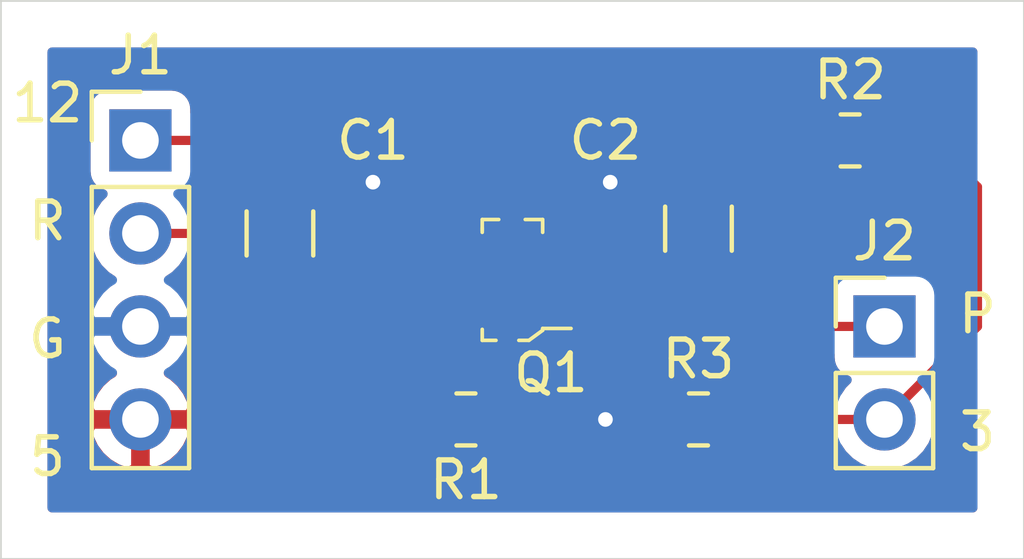
<source format=kicad_pcb>
(kicad_pcb (version 20171130) (host pcbnew "(5.1.5-0-10_14)")

  (general
    (thickness 1.6)
    (drawings 6)
    (tracks 50)
    (zones 0)
    (modules 8)
    (nets 8)
  )

  (page A4)
  (layers
    (0 F.Cu signal)
    (31 B.Cu signal)
    (32 B.Adhes user)
    (33 F.Adhes user)
    (34 B.Paste user)
    (35 F.Paste user)
    (36 B.SilkS user)
    (37 F.SilkS user)
    (38 B.Mask user)
    (39 F.Mask user)
    (40 Dwgs.User user)
    (41 Cmts.User user)
    (42 Eco1.User user)
    (43 Eco2.User user)
    (44 Edge.Cuts user)
    (45 Margin user)
    (46 B.CrtYd user)
    (47 F.CrtYd user)
    (48 B.Fab user)
    (49 F.Fab user)
  )

  (setup
    (last_trace_width 0.25)
    (trace_clearance 0.2)
    (zone_clearance 0.508)
    (zone_45_only no)
    (trace_min 0.2)
    (via_size 0.8)
    (via_drill 0.4)
    (via_min_size 0.4)
    (via_min_drill 0.3)
    (uvia_size 0.3)
    (uvia_drill 0.1)
    (uvias_allowed no)
    (uvia_min_size 0.2)
    (uvia_min_drill 0.1)
    (edge_width 0.05)
    (segment_width 0.2)
    (pcb_text_width 0.3)
    (pcb_text_size 1.5 1.5)
    (mod_edge_width 0.12)
    (mod_text_size 1 1)
    (mod_text_width 0.15)
    (pad_size 0.975 1.4)
    (pad_drill 0)
    (pad_to_mask_clearance 0.051)
    (solder_mask_min_width 0.25)
    (aux_axis_origin 0 0)
    (visible_elements FFFFFF7F)
    (pcbplotparams
      (layerselection 0x010fc_ffffffff)
      (usegerberextensions false)
      (usegerberattributes false)
      (usegerberadvancedattributes false)
      (creategerberjobfile false)
      (excludeedgelayer true)
      (linewidth 0.100000)
      (plotframeref false)
      (viasonmask false)
      (mode 1)
      (useauxorigin false)
      (hpglpennumber 1)
      (hpglpenspeed 20)
      (hpglpendiameter 15.000000)
      (psnegative false)
      (psa4output false)
      (plotreference true)
      (plotvalue true)
      (plotinvisibletext false)
      (padsonsilk false)
      (subtractmaskfromsilk false)
      (outputformat 1)
      (mirror false)
      (drillshape 0)
      (scaleselection 1)
      (outputdirectory "./"))
  )

  (net 0 "")
  (net 1 "Net-(C2-Pad1)")
  (net 2 "Net-(Q1-Pad3)")
  (net 3 "Net-(J2-Pad1)")
  (net 4 "Net-(J1-Pad1)")
  (net 5 "Net-(J2-Pad2)")
  (net 6 +5V)
  (net 7 GND)

  (net_class Default "This is the default net class."
    (clearance 0.2)
    (trace_width 0.25)
    (via_dia 0.8)
    (via_drill 0.4)
    (uvia_dia 0.3)
    (uvia_drill 0.1)
    (add_net +5V)
    (add_net GND)
    (add_net "Net-(C2-Pad1)")
    (add_net "Net-(J1-Pad1)")
    (add_net "Net-(J2-Pad1)")
    (add_net "Net-(J2-Pad2)")
    (add_net "Net-(Q1-Pad3)")
  )

  (module Resistor_SMD:R_0805_2012Metric (layer F.Cu) (tedit 61A91E1F) (tstamp 61A91A92)
    (at 105.41 54.61 180)
    (descr "Resistor SMD 0805 (2012 Metric), square (rectangular) end terminal, IPC_7351 nominal, (Body size source: https://docs.google.com/spreadsheets/d/1BsfQQcO9C6DZCsRaXUlFlo91Tg2WpOkGARC1WS5S8t0/edit?usp=sharing), generated with kicad-footprint-generator")
    (tags resistor)
    (path /61A99F55)
    (attr smd)
    (fp_text reference R1 (at 0 -1.65) (layer F.SilkS)
      (effects (font (size 1 1) (thickness 0.15)))
    )
    (fp_text value 100 (at 0 1.65) (layer F.Fab)
      (effects (font (size 1 1) (thickness 0.15)))
    )
    (fp_line (start -1 0.6) (end -1 -0.6) (layer F.Fab) (width 0.1))
    (fp_line (start -1 -0.6) (end 1 -0.6) (layer F.Fab) (width 0.1))
    (fp_line (start 1 -0.6) (end 1 0.6) (layer F.Fab) (width 0.1))
    (fp_line (start 1 0.6) (end -1 0.6) (layer F.Fab) (width 0.1))
    (fp_line (start -0.258578 -0.71) (end 0.258578 -0.71) (layer F.SilkS) (width 0.12))
    (fp_line (start -0.258578 0.71) (end 0.258578 0.71) (layer F.SilkS) (width 0.12))
    (fp_line (start -1.68 0.95) (end -1.68 -0.95) (layer F.CrtYd) (width 0.05))
    (fp_line (start -1.68 -0.95) (end 1.68 -0.95) (layer F.CrtYd) (width 0.05))
    (fp_line (start 1.68 -0.95) (end 1.68 0.95) (layer F.CrtYd) (width 0.05))
    (fp_line (start 1.68 0.95) (end -1.68 0.95) (layer F.CrtYd) (width 0.05))
    (fp_text user %R (at 0 0) (layer F.Fab)
      (effects (font (size 0.5 0.5) (thickness 0.08)))
    )
    (pad 1 smd roundrect (at -0.9375 0 180) (size 0.975 1.4) (layers F.Cu F.Paste F.Mask) (roundrect_rratio 0.25)
      (net 1 "Net-(C2-Pad1)"))
    (pad 2 smd roundrect (at 0.9375 0 180) (size 0.975 1.4) (layers F.Cu F.Paste F.Mask) (roundrect_rratio 0.25)
      (net 2 "Net-(Q1-Pad3)"))
    (model ${KISYS3DMOD}/Resistor_SMD.3dshapes/R_0805_2012Metric.wrl
      (at (xyz 0 0 0))
      (scale (xyz 1 1 1))
      (rotate (xyz 0 0 0))
    )
  )

  (module Capacitor_SMD:C_1206_3216Metric (layer F.Cu) (tedit 5B301BBE) (tstamp 61A91A4C)
    (at 111.76 49.4 90)
    (descr "Capacitor SMD 1206 (3216 Metric), square (rectangular) end terminal, IPC_7351 nominal, (Body size source: http://www.tortai-tech.com/upload/download/2011102023233369053.pdf), generated with kicad-footprint-generator")
    (tags capacitor)
    (path /61A98486)
    (attr smd)
    (fp_text reference C2 (at 2.41 -2.54 180) (layer F.SilkS)
      (effects (font (size 1 1) (thickness 0.15)))
    )
    (fp_text value CP1 (at 2.41 2.54) (layer F.Fab)
      (effects (font (size 1 1) (thickness 0.15)))
    )
    (fp_text user %R (at 0 0 90) (layer F.Fab)
      (effects (font (size 0.8 0.8) (thickness 0.12)))
    )
    (fp_line (start 2.28 1.12) (end -2.28 1.12) (layer F.CrtYd) (width 0.05))
    (fp_line (start 2.28 -1.12) (end 2.28 1.12) (layer F.CrtYd) (width 0.05))
    (fp_line (start -2.28 -1.12) (end 2.28 -1.12) (layer F.CrtYd) (width 0.05))
    (fp_line (start -2.28 1.12) (end -2.28 -1.12) (layer F.CrtYd) (width 0.05))
    (fp_line (start -0.602064 0.91) (end 0.602064 0.91) (layer F.SilkS) (width 0.12))
    (fp_line (start -0.602064 -0.91) (end 0.602064 -0.91) (layer F.SilkS) (width 0.12))
    (fp_line (start 1.6 0.8) (end -1.6 0.8) (layer F.Fab) (width 0.1))
    (fp_line (start 1.6 -0.8) (end 1.6 0.8) (layer F.Fab) (width 0.1))
    (fp_line (start -1.6 -0.8) (end 1.6 -0.8) (layer F.Fab) (width 0.1))
    (fp_line (start -1.6 0.8) (end -1.6 -0.8) (layer F.Fab) (width 0.1))
    (pad 2 smd roundrect (at 1.4 0 90) (size 1.25 1.75) (layers F.Cu F.Paste F.Mask) (roundrect_rratio 0.2)
      (net 7 GND))
    (pad 1 smd roundrect (at -1.4 0 90) (size 1.25 1.75) (layers F.Cu F.Paste F.Mask) (roundrect_rratio 0.2)
      (net 1 "Net-(C2-Pad1)"))
    (model ${KISYS3DMOD}/Capacitor_SMD.3dshapes/C_1206_3216Metric.wrl
      (at (xyz 0 0 0))
      (scale (xyz 1 1 1))
      (rotate (xyz 0 0 0))
    )
  )

  (module Capacitor_SMD:C_1206_3216Metric (layer F.Cu) (tedit 5B301BBE) (tstamp 61A91A3B)
    (at 100.33 49.53 90)
    (descr "Capacitor SMD 1206 (3216 Metric), square (rectangular) end terminal, IPC_7351 nominal, (Body size source: http://www.tortai-tech.com/upload/download/2011102023233369053.pdf), generated with kicad-footprint-generator")
    (tags capacitor)
    (path /61A96395)
    (attr smd)
    (fp_text reference C1 (at 2.54 2.54 180) (layer F.SilkS)
      (effects (font (size 1 1) (thickness 0.15)))
    )
    (fp_text value CP1 (at 0 1.82 90) (layer F.Fab)
      (effects (font (size 1 1) (thickness 0.15)))
    )
    (fp_line (start -1.6 0.8) (end -1.6 -0.8) (layer F.Fab) (width 0.1))
    (fp_line (start -1.6 -0.8) (end 1.6 -0.8) (layer F.Fab) (width 0.1))
    (fp_line (start 1.6 -0.8) (end 1.6 0.8) (layer F.Fab) (width 0.1))
    (fp_line (start 1.6 0.8) (end -1.6 0.8) (layer F.Fab) (width 0.1))
    (fp_line (start -0.602064 -0.91) (end 0.602064 -0.91) (layer F.SilkS) (width 0.12))
    (fp_line (start -0.602064 0.91) (end 0.602064 0.91) (layer F.SilkS) (width 0.12))
    (fp_line (start -2.28 1.12) (end -2.28 -1.12) (layer F.CrtYd) (width 0.05))
    (fp_line (start -2.28 -1.12) (end 2.28 -1.12) (layer F.CrtYd) (width 0.05))
    (fp_line (start 2.28 -1.12) (end 2.28 1.12) (layer F.CrtYd) (width 0.05))
    (fp_line (start 2.28 1.12) (end -2.28 1.12) (layer F.CrtYd) (width 0.05))
    (fp_text user %R (at 0 0 90) (layer F.Fab)
      (effects (font (size 0.8 0.8) (thickness 0.12)))
    )
    (pad 1 smd roundrect (at -1.4 0 90) (size 1.25 1.75) (layers F.Cu F.Paste F.Mask) (roundrect_rratio 0.2)
      (net 6 +5V))
    (pad 2 smd roundrect (at 1.4 0 90) (size 1.25 1.75) (layers F.Cu F.Paste F.Mask) (roundrect_rratio 0.2)
      (net 7 GND))
    (model ${KISYS3DMOD}/Capacitor_SMD.3dshapes/C_1206_3216Metric.wrl
      (at (xyz 0 0 0))
      (scale (xyz 1 1 1))
      (rotate (xyz 0 0 0))
    )
  )

  (module digikey-footprints:SOT-23-3 (layer F.Cu) (tedit 5D28A5E3) (tstamp 61A91A81)
    (at 106.68 50.8 180)
    (path /61A9ED9B)
    (attr smd)
    (fp_text reference Q1 (at -1.05 -2.54) (layer F.SilkS)
      (effects (font (size 1 1) (thickness 0.15)))
    )
    (fp_text value NDS332P (at 0.025 6.35) (layer F.Fab)
      (effects (font (size 1 1) (thickness 0.15)))
    )
    (fp_line (start -1.825 -1.95) (end 1.825 -1.95) (layer F.CrtYd) (width 0.05))
    (fp_line (start -1.825 -1.95) (end -1.825 1.95) (layer F.CrtYd) (width 0.05))
    (fp_line (start 1.825 1.95) (end -1.825 1.95) (layer F.CrtYd) (width 0.05))
    (fp_line (start 1.825 -1.95) (end 1.825 1.95) (layer F.CrtYd) (width 0.05))
    (fp_line (start -0.175 -1.65) (end -0.45 -1.65) (layer F.SilkS) (width 0.1))
    (fp_line (start -0.45 -1.65) (end -0.825 -1.375) (layer F.SilkS) (width 0.1))
    (fp_line (start -0.825 -1.375) (end -0.825 -1.325) (layer F.SilkS) (width 0.1))
    (fp_line (start -0.825 -1.325) (end -1.6 -1.325) (layer F.SilkS) (width 0.1))
    (fp_line (start -0.7 -1.325) (end -0.7 1.525) (layer F.Fab) (width 0.1))
    (fp_line (start -0.425 -1.525) (end 0.7 -1.525) (layer F.Fab) (width 0.1))
    (fp_line (start -0.425 -1.525) (end -0.7 -1.325) (layer F.Fab) (width 0.1))
    (fp_line (start -0.35 1.65) (end -0.825 1.65) (layer F.SilkS) (width 0.1))
    (fp_line (start -0.825 1.65) (end -0.825 1.3) (layer F.SilkS) (width 0.1))
    (fp_line (start 0.825 1.425) (end 0.825 1.3) (layer F.SilkS) (width 0.1))
    (fp_line (start 0.825 1.35) (end 0.825 1.65) (layer F.SilkS) (width 0.1))
    (fp_line (start 0.825 1.65) (end 0.375 1.65) (layer F.SilkS) (width 0.1))
    (fp_line (start 0.45 -1.65) (end 0.825 -1.65) (layer F.SilkS) (width 0.1))
    (fp_line (start 0.825 -1.65) (end 0.825 -1.35) (layer F.SilkS) (width 0.1))
    (fp_text user %R (at -0.125 0.15) (layer F.Fab)
      (effects (font (size 0.25 0.25) (thickness 0.05)))
    )
    (fp_line (start -0.7 1.52) (end 0.7 1.52) (layer F.Fab) (width 0.1))
    (fp_line (start 0.7 1.52) (end 0.7 -1.52) (layer F.Fab) (width 0.1))
    (pad 3 smd rect (at 1.05 0 180) (size 1.3 0.6) (layers F.Cu F.Paste F.Mask)
      (net 2 "Net-(Q1-Pad3)") (solder_mask_margin 0.07))
    (pad 2 smd rect (at -1.05 0.95 180) (size 1.3 0.6) (layers F.Cu F.Paste F.Mask)
      (net 6 +5V) (solder_mask_margin 0.07))
    (pad 1 smd rect (at -1.05 -0.95 180) (size 1.3 0.6) (layers F.Cu F.Paste F.Mask)
      (net 3 "Net-(J2-Pad1)") (solder_mask_margin 0.07))
  )

  (module Connector_PinHeader_2.54mm:PinHeader_1x04_P2.54mm_Vertical (layer F.Cu) (tedit 59FED5CC) (tstamp 625B3C22)
    (at 96.52 46.99)
    (descr "Through hole straight pin header, 1x04, 2.54mm pitch, single row")
    (tags "Through hole pin header THT 1x04 2.54mm single row")
    (path /625B788D)
    (fp_text reference J1 (at 0 -2.33) (layer F.SilkS)
      (effects (font (size 1 1) (thickness 0.15)))
    )
    (fp_text value 1x4 (at 0 9.95) (layer F.Fab)
      (effects (font (size 1 1) (thickness 0.15)))
    )
    (fp_line (start -0.635 -1.27) (end 1.27 -1.27) (layer F.Fab) (width 0.1))
    (fp_line (start 1.27 -1.27) (end 1.27 8.89) (layer F.Fab) (width 0.1))
    (fp_line (start 1.27 8.89) (end -1.27 8.89) (layer F.Fab) (width 0.1))
    (fp_line (start -1.27 8.89) (end -1.27 -0.635) (layer F.Fab) (width 0.1))
    (fp_line (start -1.27 -0.635) (end -0.635 -1.27) (layer F.Fab) (width 0.1))
    (fp_line (start -1.33 8.95) (end 1.33 8.95) (layer F.SilkS) (width 0.12))
    (fp_line (start -1.33 1.27) (end -1.33 8.95) (layer F.SilkS) (width 0.12))
    (fp_line (start 1.33 1.27) (end 1.33 8.95) (layer F.SilkS) (width 0.12))
    (fp_line (start -1.33 1.27) (end 1.33 1.27) (layer F.SilkS) (width 0.12))
    (fp_line (start -1.33 0) (end -1.33 -1.33) (layer F.SilkS) (width 0.12))
    (fp_line (start -1.33 -1.33) (end 0 -1.33) (layer F.SilkS) (width 0.12))
    (fp_line (start -1.8 -1.8) (end -1.8 9.4) (layer F.CrtYd) (width 0.05))
    (fp_line (start -1.8 9.4) (end 1.8 9.4) (layer F.CrtYd) (width 0.05))
    (fp_line (start 1.8 9.4) (end 1.8 -1.8) (layer F.CrtYd) (width 0.05))
    (fp_line (start 1.8 -1.8) (end -1.8 -1.8) (layer F.CrtYd) (width 0.05))
    (fp_text user %R (at 0 3.81 90) (layer F.Fab)
      (effects (font (size 1 1) (thickness 0.15)))
    )
    (pad 1 thru_hole rect (at 0 0) (size 1.7 1.7) (drill 1) (layers *.Cu *.Mask)
      (net 4 "Net-(J1-Pad1)"))
    (pad 2 thru_hole oval (at 0 2.54) (size 1.7 1.7) (drill 1) (layers *.Cu *.Mask)
      (net 1 "Net-(C2-Pad1)"))
    (pad 3 thru_hole oval (at 0 5.08) (size 1.7 1.7) (drill 1) (layers *.Cu *.Mask)
      (net 7 GND))
    (pad 4 thru_hole oval (at 0 7.62) (size 1.7 1.7) (drill 1) (layers *.Cu *.Mask)
      (net 6 +5V))
    (model ${KISYS3DMOD}/Connector_PinHeader_2.54mm.3dshapes/PinHeader_1x04_P2.54mm_Vertical.wrl
      (at (xyz 0 0 0))
      (scale (xyz 1 1 1))
      (rotate (xyz 0 0 0))
    )
  )

  (module Connector_PinHeader_2.54mm:PinHeader_1x02_P2.54mm_Vertical (layer F.Cu) (tedit 59FED5CC) (tstamp 625B3C38)
    (at 116.84 52.07)
    (descr "Through hole straight pin header, 1x02, 2.54mm pitch, single row")
    (tags "Through hole pin header THT 1x02 2.54mm single row")
    (path /625BAB36)
    (fp_text reference J2 (at 0 -2.33) (layer F.SilkS)
      (effects (font (size 1 1) (thickness 0.15)))
    )
    (fp_text value 1x2 (at 0 4.87) (layer F.Fab)
      (effects (font (size 1 1) (thickness 0.15)))
    )
    (fp_line (start -0.635 -1.27) (end 1.27 -1.27) (layer F.Fab) (width 0.1))
    (fp_line (start 1.27 -1.27) (end 1.27 3.81) (layer F.Fab) (width 0.1))
    (fp_line (start 1.27 3.81) (end -1.27 3.81) (layer F.Fab) (width 0.1))
    (fp_line (start -1.27 3.81) (end -1.27 -0.635) (layer F.Fab) (width 0.1))
    (fp_line (start -1.27 -0.635) (end -0.635 -1.27) (layer F.Fab) (width 0.1))
    (fp_line (start -1.33 3.87) (end 1.33 3.87) (layer F.SilkS) (width 0.12))
    (fp_line (start -1.33 1.27) (end -1.33 3.87) (layer F.SilkS) (width 0.12))
    (fp_line (start 1.33 1.27) (end 1.33 3.87) (layer F.SilkS) (width 0.12))
    (fp_line (start -1.33 1.27) (end 1.33 1.27) (layer F.SilkS) (width 0.12))
    (fp_line (start -1.33 0) (end -1.33 -1.33) (layer F.SilkS) (width 0.12))
    (fp_line (start -1.33 -1.33) (end 0 -1.33) (layer F.SilkS) (width 0.12))
    (fp_line (start -1.8 -1.8) (end -1.8 4.35) (layer F.CrtYd) (width 0.05))
    (fp_line (start -1.8 4.35) (end 1.8 4.35) (layer F.CrtYd) (width 0.05))
    (fp_line (start 1.8 4.35) (end 1.8 -1.8) (layer F.CrtYd) (width 0.05))
    (fp_line (start 1.8 -1.8) (end -1.8 -1.8) (layer F.CrtYd) (width 0.05))
    (fp_text user %R (at 0 1.27 90) (layer F.Fab)
      (effects (font (size 1 1) (thickness 0.15)))
    )
    (pad 1 thru_hole rect (at 0 0) (size 1.7 1.7) (drill 1) (layers *.Cu *.Mask)
      (net 3 "Net-(J2-Pad1)"))
    (pad 2 thru_hole oval (at 0 2.54) (size 1.7 1.7) (drill 1) (layers *.Cu *.Mask)
      (net 5 "Net-(J2-Pad2)"))
    (model ${KISYS3DMOD}/Connector_PinHeader_2.54mm.3dshapes/PinHeader_1x02_P2.54mm_Vertical.wrl
      (at (xyz 0 0 0))
      (scale (xyz 1 1 1))
      (rotate (xyz 0 0 0))
    )
  )

  (module Resistor_SMD:R_0805_2012Metric (layer F.Cu) (tedit 5B36C52B) (tstamp 625B3C49)
    (at 115.9025 46.99)
    (descr "Resistor SMD 0805 (2012 Metric), square (rectangular) end terminal, IPC_7351 nominal, (Body size source: https://docs.google.com/spreadsheets/d/1BsfQQcO9C6DZCsRaXUlFlo91Tg2WpOkGARC1WS5S8t0/edit?usp=sharing), generated with kicad-footprint-generator")
    (tags resistor)
    (path /625B38DC)
    (attr smd)
    (fp_text reference R2 (at 0 -1.65) (layer F.SilkS)
      (effects (font (size 1 1) (thickness 0.15)))
    )
    (fp_text value 10k0 (at -3.4775 0 90) (layer F.Fab)
      (effects (font (size 1 1) (thickness 0.15)))
    )
    (fp_line (start -1 0.6) (end -1 -0.6) (layer F.Fab) (width 0.1))
    (fp_line (start -1 -0.6) (end 1 -0.6) (layer F.Fab) (width 0.1))
    (fp_line (start 1 -0.6) (end 1 0.6) (layer F.Fab) (width 0.1))
    (fp_line (start 1 0.6) (end -1 0.6) (layer F.Fab) (width 0.1))
    (fp_line (start -0.258578 -0.71) (end 0.258578 -0.71) (layer F.SilkS) (width 0.12))
    (fp_line (start -0.258578 0.71) (end 0.258578 0.71) (layer F.SilkS) (width 0.12))
    (fp_line (start -1.68 0.95) (end -1.68 -0.95) (layer F.CrtYd) (width 0.05))
    (fp_line (start -1.68 -0.95) (end 1.68 -0.95) (layer F.CrtYd) (width 0.05))
    (fp_line (start 1.68 -0.95) (end 1.68 0.95) (layer F.CrtYd) (width 0.05))
    (fp_line (start 1.68 0.95) (end -1.68 0.95) (layer F.CrtYd) (width 0.05))
    (fp_text user %R (at 0 0) (layer F.Fab)
      (effects (font (size 0.5 0.5) (thickness 0.08)))
    )
    (pad 1 smd roundrect (at -0.9375 0) (size 0.975 1.4) (layers F.Cu F.Paste F.Mask) (roundrect_rratio 0.25)
      (net 4 "Net-(J1-Pad1)"))
    (pad 2 smd roundrect (at 0.9375 0) (size 0.975 1.4) (layers F.Cu F.Paste F.Mask) (roundrect_rratio 0.25)
      (net 5 "Net-(J2-Pad2)"))
    (model ${KISYS3DMOD}/Resistor_SMD.3dshapes/R_0805_2012Metric.wrl
      (at (xyz 0 0 0))
      (scale (xyz 1 1 1))
      (rotate (xyz 0 0 0))
    )
  )

  (module Resistor_SMD:R_0805_2012Metric (layer F.Cu) (tedit 5B36C52B) (tstamp 625B3C5A)
    (at 111.76 54.61)
    (descr "Resistor SMD 0805 (2012 Metric), square (rectangular) end terminal, IPC_7351 nominal, (Body size source: https://docs.google.com/spreadsheets/d/1BsfQQcO9C6DZCsRaXUlFlo91Tg2WpOkGARC1WS5S8t0/edit?usp=sharing), generated with kicad-footprint-generator")
    (tags resistor)
    (path /625B4232)
    (attr smd)
    (fp_text reference R3 (at 0 -1.65) (layer F.SilkS)
      (effects (font (size 1 1) (thickness 0.15)))
    )
    (fp_text value 4K7 (at -2.54 0 90) (layer F.Fab)
      (effects (font (size 1 1) (thickness 0.15)))
    )
    (fp_text user %R (at 0 0) (layer F.Fab)
      (effects (font (size 0.5 0.5) (thickness 0.08)))
    )
    (fp_line (start 1.68 0.95) (end -1.68 0.95) (layer F.CrtYd) (width 0.05))
    (fp_line (start 1.68 -0.95) (end 1.68 0.95) (layer F.CrtYd) (width 0.05))
    (fp_line (start -1.68 -0.95) (end 1.68 -0.95) (layer F.CrtYd) (width 0.05))
    (fp_line (start -1.68 0.95) (end -1.68 -0.95) (layer F.CrtYd) (width 0.05))
    (fp_line (start -0.258578 0.71) (end 0.258578 0.71) (layer F.SilkS) (width 0.12))
    (fp_line (start -0.258578 -0.71) (end 0.258578 -0.71) (layer F.SilkS) (width 0.12))
    (fp_line (start 1 0.6) (end -1 0.6) (layer F.Fab) (width 0.1))
    (fp_line (start 1 -0.6) (end 1 0.6) (layer F.Fab) (width 0.1))
    (fp_line (start -1 -0.6) (end 1 -0.6) (layer F.Fab) (width 0.1))
    (fp_line (start -1 0.6) (end -1 -0.6) (layer F.Fab) (width 0.1))
    (pad 2 smd roundrect (at 0.9375 0) (size 0.975 1.4) (layers F.Cu F.Paste F.Mask) (roundrect_rratio 0.25)
      (net 5 "Net-(J2-Pad2)"))
    (pad 1 smd roundrect (at -0.9375 0) (size 0.975 1.4) (layers F.Cu F.Paste F.Mask) (roundrect_rratio 0.25)
      (net 7 GND))
    (model ${KISYS3DMOD}/Resistor_SMD.3dshapes/R_0805_2012Metric.wrl
      (at (xyz 0 0 0))
      (scale (xyz 1 1 1))
      (rotate (xyz 0 0 0))
    )
  )

  (gr_line (start 92.71 58.42) (end 92.71 43.18) (layer Edge.Cuts) (width 0.05) (tstamp 625D61FA))
  (gr_line (start 120.65 58.42) (end 92.71 58.42) (layer Edge.Cuts) (width 0.05))
  (gr_line (start 120.65 43.18) (end 120.65 58.42) (layer Edge.Cuts) (width 0.05))
  (gr_line (start 92.71 43.18) (end 120.65 43.18) (layer Edge.Cuts) (width 0.05))
  (gr_text "P\n\n3" (at 119.38 53.34) (layer F.SilkS)
    (effects (font (size 1 1) (thickness 0.15)))
  )
  (gr_text "12\n\nR\n\nG\n\n5" (at 93.98 50.8) (layer F.SilkS)
    (effects (font (size 1 1) (thickness 0.15)))
  )

  (segment (start 103.136815 49.224999) (end 108.914999 49.224999) (width 0.25) (layer F.Cu) (net 1))
  (segment (start 102.831814 49.53) (end 103.136815 49.224999) (width 0.25) (layer F.Cu) (net 1))
  (segment (start 111.76 50.8) (end 110.49 50.8) (width 0.25) (layer F.Cu) (net 1))
  (segment (start 106.3475 53.91) (end 106.3475 54.61) (width 0.25) (layer F.Cu) (net 1))
  (segment (start 106.3475 51.597498) (end 106.3475 53.91) (width 0.25) (layer F.Cu) (net 1))
  (segment (start 107.144998 50.8) (end 106.3475 51.597498) (width 0.25) (layer F.Cu) (net 1))
  (segment (start 96.52 49.53) (end 102.831814 49.53) (width 0.25) (layer F.Cu) (net 1))
  (segment (start 108.914999 49.224999) (end 109.22 49.53) (width 0.25) (layer F.Cu) (net 1))
  (segment (start 109.22 49.53) (end 109.22 50.8) (width 0.25) (layer F.Cu) (net 1))
  (segment (start 109.22 50.8) (end 107.144998 50.8) (width 0.25) (layer F.Cu) (net 1))
  (segment (start 110.49 50.8) (end 109.22 50.8) (width 0.25) (layer F.Cu) (net 1))
  (segment (start 105.72 50.93) (end 105.85 50.8) (width 0.25) (layer F.Cu) (net 2))
  (segment (start 105.85 53.2325) (end 104.4725 54.61) (width 0.25) (layer F.Cu) (net 2))
  (segment (start 105.85 50.8) (end 105.85 53.2325) (width 0.25) (layer F.Cu) (net 2))
  (segment (start 107.95 51.75) (end 110 51.75) (width 0.25) (layer F.Cu) (net 3))
  (segment (start 110.32 52.07) (end 110 51.75) (width 0.25) (layer F.Cu) (net 3))
  (segment (start 116.84 52.07) (end 110.32 52.07) (width 0.25) (layer F.Cu) (net 3))
  (segment (start 96.52 46.99) (end 114.965 46.99) (width 0.25) (layer F.Cu) (net 4))
  (segment (start 118.11 46.99) (end 119.38 48.26) (width 0.25) (layer F.Cu) (net 5))
  (segment (start 119.38 52.07) (end 116.84 54.61) (width 0.25) (layer F.Cu) (net 5))
  (segment (start 119.38 48.26) (end 119.38 52.07) (width 0.25) (layer F.Cu) (net 5))
  (segment (start 112.6975 54.61) (end 116.84 54.61) (width 0.25) (layer F.Cu) (net 5))
  (segment (start 118.11 46.99) (end 116.84 46.99) (width 0.25) (layer F.Cu) (net 5))
  (segment (start 103.325 49.85) (end 102.87 50.305) (width 0.5) (layer F.Cu) (net 6))
  (segment (start 107.95 49.85) (end 103.325 49.85) (width 0.5) (layer F.Cu) (net 6))
  (segment (start 96.52 54.61) (end 99.19 54.61) (width 0.25) (layer F.Cu) (net 6))
  (segment (start 102.74 50.93) (end 102.87 50.8) (width 0.25) (layer F.Cu) (net 6))
  (segment (start 100.33 50.93) (end 102.74 50.93) (width 0.25) (layer F.Cu) (net 6))
  (segment (start 102.87 50.8) (end 102.87 50.93) (width 0.25) (layer F.Cu) (net 6))
  (segment (start 102.87 50.305) (end 102.87 50.8) (width 0.25) (layer F.Cu) (net 6))
  (segment (start 102.87 50.8) (end 102.87 53.34) (width 0.25) (layer F.Cu) (net 6))
  (segment (start 102.87 53.34) (end 101.6 54.61) (width 0.25) (layer F.Cu) (net 6))
  (segment (start 101.6 54.61) (end 99.06 54.61) (width 0.25) (layer F.Cu) (net 6))
  (segment (start 111.63 48.13) (end 111.76 48) (width 0.25) (layer F.Cu) (net 7))
  (segment (start 109.35 48.13) (end 109.35 48.13) (width 0.5) (layer F.Cu) (net 7) (tstamp 61A9239E))
  (segment (start 104.27 48.13) (end 100.33 52.07) (width 0.5) (layer B.Cu) (net 7))
  (segment (start 109.35 48.13) (end 104.27 48.13) (width 0.5) (layer B.Cu) (net 7))
  (segment (start 99.06 52.07) (end 100.33 52.07) (width 0.5) (layer B.Cu) (net 7) (tstamp 625B4179))
  (via (at 109.22 54.61) (size 0.8) (drill 0.4) (layers F.Cu B.Cu) (net 7))
  (segment (start 109.35 48.13) (end 111.63 48.13) (width 0.5) (layer F.Cu) (net 7) (tstamp 625B4212))
  (via (at 109.35 48.13) (size 0.8) (drill 0.4) (layers F.Cu B.Cu) (net 7))
  (segment (start 100.33 52.07) (end 107.95 52.07) (width 0.5) (layer B.Cu) (net 7))
  (segment (start 107.95 52.07) (end 109.22 53.34) (width 0.5) (layer B.Cu) (net 7))
  (segment (start 109.22 54.61) (end 110.8225 54.61) (width 0.5) (layer F.Cu) (net 7))
  (segment (start 100.33 48.13) (end 102.87 48.13) (width 0.5) (layer F.Cu) (net 7))
  (segment (start 102.87 48.13) (end 102.87 48.13) (width 0.5) (layer F.Cu) (net 7) (tstamp 625CD6B5))
  (via (at 102.87 48.13) (size 0.8) (drill 0.4) (layers F.Cu B.Cu) (net 7))
  (segment (start 109.22 53.34) (end 109.22 54.61) (width 0.25) (layer B.Cu) (net 7))
  (segment (start 96.52 52.07) (end 99.06 52.07) (width 0.25) (layer B.Cu) (net 7))
  (segment (start 102.87 48.13) (end 104.27 48.13) (width 0.25) (layer B.Cu) (net 7))

  (zone (net 6) (net_name +5V) (layer F.Cu) (tstamp 0) (hatch edge 0.508)
    (connect_pads (clearance 0.508))
    (min_thickness 0.254)
    (fill yes (arc_segments 32) (thermal_gap 0.508) (thermal_bridge_width 0.508))
    (polygon
      (pts
        (xy 119.38 57.15) (xy 93.98 57.15) (xy 93.98 44.45) (xy 119.38 44.45)
      )
    )
    (filled_polygon
      (pts
        (xy 119.253 47.058199) (xy 118.673804 46.479003) (xy 118.650001 46.449999) (xy 118.534276 46.355026) (xy 118.402247 46.284454)
        (xy 118.258986 46.240997) (xy 118.147333 46.23) (xy 118.147322 46.23) (xy 118.11 46.226324) (xy 118.072678 46.23)
        (xy 117.908673 46.23) (xy 117.898447 46.196291) (xy 117.816958 46.043836) (xy 117.707292 45.910208) (xy 117.573664 45.800542)
        (xy 117.421209 45.719053) (xy 117.255785 45.668872) (xy 117.08375 45.651928) (xy 116.59625 45.651928) (xy 116.424215 45.668872)
        (xy 116.258791 45.719053) (xy 116.106336 45.800542) (xy 115.972708 45.910208) (xy 115.9025 45.995756) (xy 115.832292 45.910208)
        (xy 115.698664 45.800542) (xy 115.546209 45.719053) (xy 115.380785 45.668872) (xy 115.20875 45.651928) (xy 114.72125 45.651928)
        (xy 114.549215 45.668872) (xy 114.383791 45.719053) (xy 114.231336 45.800542) (xy 114.097708 45.910208) (xy 113.988042 46.043836)
        (xy 113.906553 46.196291) (xy 113.896327 46.23) (xy 98.008072 46.23) (xy 98.008072 46.14) (xy 97.995812 46.015518)
        (xy 97.959502 45.89582) (xy 97.900537 45.785506) (xy 97.821185 45.688815) (xy 97.724494 45.609463) (xy 97.61418 45.550498)
        (xy 97.494482 45.514188) (xy 97.37 45.501928) (xy 95.67 45.501928) (xy 95.545518 45.514188) (xy 95.42582 45.550498)
        (xy 95.315506 45.609463) (xy 95.218815 45.688815) (xy 95.139463 45.785506) (xy 95.080498 45.89582) (xy 95.044188 46.015518)
        (xy 95.031928 46.14) (xy 95.031928 47.84) (xy 95.044188 47.964482) (xy 95.080498 48.08418) (xy 95.139463 48.194494)
        (xy 95.218815 48.291185) (xy 95.315506 48.370537) (xy 95.42582 48.429502) (xy 95.49838 48.451513) (xy 95.366525 48.583368)
        (xy 95.20401 48.826589) (xy 95.092068 49.096842) (xy 95.035 49.38374) (xy 95.035 49.67626) (xy 95.092068 49.963158)
        (xy 95.20401 50.233411) (xy 95.366525 50.476632) (xy 95.573368 50.683475) (xy 95.74776 50.8) (xy 95.573368 50.916525)
        (xy 95.366525 51.123368) (xy 95.20401 51.366589) (xy 95.092068 51.636842) (xy 95.035 51.92374) (xy 95.035 52.21626)
        (xy 95.092068 52.503158) (xy 95.20401 52.773411) (xy 95.366525 53.016632) (xy 95.573368 53.223475) (xy 95.755534 53.345195)
        (xy 95.638645 53.414822) (xy 95.422412 53.609731) (xy 95.248359 53.84308) (xy 95.123175 54.105901) (xy 95.078524 54.25311)
        (xy 95.199845 54.483) (xy 96.393 54.483) (xy 96.393 54.463) (xy 96.647 54.463) (xy 96.647 54.483)
        (xy 97.840155 54.483) (xy 97.961476 54.25311) (xy 97.916825 54.105901) (xy 97.791641 53.84308) (xy 97.617588 53.609731)
        (xy 97.401355 53.414822) (xy 97.284466 53.345195) (xy 97.466632 53.223475) (xy 97.673475 53.016632) (xy 97.83599 52.773411)
        (xy 97.947932 52.503158) (xy 98.005 52.21626) (xy 98.005 51.92374) (xy 97.947932 51.636842) (xy 97.914033 51.555)
        (xy 98.816928 51.555) (xy 98.829188 51.679482) (xy 98.865498 51.79918) (xy 98.924463 51.909494) (xy 99.003815 52.006185)
        (xy 99.100506 52.085537) (xy 99.21082 52.144502) (xy 99.330518 52.180812) (xy 99.455 52.193072) (xy 100.04425 52.19)
        (xy 100.203 52.03125) (xy 100.203 51.057) (xy 100.457 51.057) (xy 100.457 52.03125) (xy 100.61575 52.19)
        (xy 101.205 52.193072) (xy 101.329482 52.180812) (xy 101.44918 52.144502) (xy 101.559494 52.085537) (xy 101.656185 52.006185)
        (xy 101.735537 51.909494) (xy 101.794502 51.79918) (xy 101.830812 51.679482) (xy 101.843072 51.555) (xy 101.84 51.21575)
        (xy 101.68125 51.057) (xy 100.457 51.057) (xy 100.203 51.057) (xy 98.97875 51.057) (xy 98.82 51.21575)
        (xy 98.816928 51.555) (xy 97.914033 51.555) (xy 97.83599 51.366589) (xy 97.673475 51.123368) (xy 97.466632 50.916525)
        (xy 97.29224 50.8) (xy 97.466632 50.683475) (xy 97.673475 50.476632) (xy 97.798178 50.29) (xy 98.818405 50.29)
        (xy 98.816928 50.305) (xy 98.82 50.64425) (xy 98.97875 50.803) (xy 100.203 50.803) (xy 100.203 50.783)
        (xy 100.457 50.783) (xy 100.457 50.803) (xy 101.68125 50.803) (xy 101.84 50.64425) (xy 101.843072 50.305)
        (xy 101.841595 50.29) (xy 102.794492 50.29) (xy 102.831814 50.293676) (xy 102.869136 50.29) (xy 102.869147 50.29)
        (xy 102.9808 50.279003) (xy 103.124061 50.235546) (xy 103.25609 50.164974) (xy 103.371815 50.070001) (xy 103.395618 50.040997)
        (xy 103.451616 49.984999) (xy 104.606575 49.984999) (xy 104.528815 50.048815) (xy 104.449463 50.145506) (xy 104.390498 50.25582)
        (xy 104.354188 50.375518) (xy 104.341928 50.5) (xy 104.341928 51.1) (xy 104.354188 51.224482) (xy 104.390498 51.34418)
        (xy 104.449463 51.454494) (xy 104.528815 51.551185) (xy 104.625506 51.630537) (xy 104.73582 51.689502) (xy 104.855518 51.725812)
        (xy 104.98 51.738072) (xy 105.09 51.738072) (xy 105.090001 52.917697) (xy 104.73402 53.273678) (xy 104.71625 53.271928)
        (xy 104.22875 53.271928) (xy 104.056715 53.288872) (xy 103.891291 53.339053) (xy 103.738836 53.420542) (xy 103.605208 53.530208)
        (xy 103.495542 53.663836) (xy 103.414053 53.816291) (xy 103.363872 53.981715) (xy 103.346928 54.15375) (xy 103.346928 55.06625)
        (xy 103.363872 55.238285) (xy 103.414053 55.403709) (xy 103.495542 55.556164) (xy 103.605208 55.689792) (xy 103.738836 55.799458)
        (xy 103.891291 55.880947) (xy 104.056715 55.931128) (xy 104.22875 55.948072) (xy 104.71625 55.948072) (xy 104.888285 55.931128)
        (xy 105.053709 55.880947) (xy 105.206164 55.799458) (xy 105.339792 55.689792) (xy 105.41 55.604244) (xy 105.480208 55.689792)
        (xy 105.613836 55.799458) (xy 105.766291 55.880947) (xy 105.931715 55.931128) (xy 106.10375 55.948072) (xy 106.59125 55.948072)
        (xy 106.763285 55.931128) (xy 106.928709 55.880947) (xy 107.081164 55.799458) (xy 107.214792 55.689792) (xy 107.324458 55.556164)
        (xy 107.405947 55.403709) (xy 107.456128 55.238285) (xy 107.473072 55.06625) (xy 107.473072 54.15375) (xy 107.456128 53.981715)
        (xy 107.405947 53.816291) (xy 107.324458 53.663836) (xy 107.214792 53.530208) (xy 107.1075 53.442155) (xy 107.1075 52.688072)
        (xy 108.38 52.688072) (xy 108.504482 52.675812) (xy 108.62418 52.639502) (xy 108.734494 52.580537) (xy 108.820444 52.51)
        (xy 109.685199 52.51) (xy 109.756196 52.580997) (xy 109.779999 52.610001) (xy 109.895724 52.704974) (xy 110.027753 52.775546)
        (xy 110.171014 52.819003) (xy 110.282667 52.83) (xy 110.282676 52.83) (xy 110.319999 52.833676) (xy 110.357322 52.83)
        (xy 115.351928 52.83) (xy 115.351928 52.92) (xy 115.364188 53.044482) (xy 115.400498 53.16418) (xy 115.459463 53.274494)
        (xy 115.538815 53.371185) (xy 115.635506 53.450537) (xy 115.74582 53.509502) (xy 115.81838 53.531513) (xy 115.686525 53.663368)
        (xy 115.561822 53.85) (xy 113.766173 53.85) (xy 113.755947 53.816291) (xy 113.674458 53.663836) (xy 113.564792 53.530208)
        (xy 113.431164 53.420542) (xy 113.278709 53.339053) (xy 113.113285 53.288872) (xy 112.94125 53.271928) (xy 112.45375 53.271928)
        (xy 112.281715 53.288872) (xy 112.116291 53.339053) (xy 111.963836 53.420542) (xy 111.830208 53.530208) (xy 111.76 53.615756)
        (xy 111.689792 53.530208) (xy 111.556164 53.420542) (xy 111.403709 53.339053) (xy 111.238285 53.288872) (xy 111.06625 53.271928)
        (xy 110.57875 53.271928) (xy 110.406715 53.288872) (xy 110.241291 53.339053) (xy 110.088836 53.420542) (xy 109.955208 53.530208)
        (xy 109.845542 53.663836) (xy 109.812849 53.725) (xy 109.758454 53.725) (xy 109.710256 53.692795) (xy 109.521898 53.614774)
        (xy 109.321939 53.575) (xy 109.118061 53.575) (xy 108.918102 53.614774) (xy 108.729744 53.692795) (xy 108.560226 53.806063)
        (xy 108.416063 53.950226) (xy 108.302795 54.119744) (xy 108.224774 54.308102) (xy 108.185 54.508061) (xy 108.185 54.711939)
        (xy 108.224774 54.911898) (xy 108.302795 55.100256) (xy 108.416063 55.269774) (xy 108.560226 55.413937) (xy 108.729744 55.527205)
        (xy 108.918102 55.605226) (xy 109.118061 55.645) (xy 109.321939 55.645) (xy 109.521898 55.605226) (xy 109.710256 55.527205)
        (xy 109.758454 55.495) (xy 109.812849 55.495) (xy 109.845542 55.556164) (xy 109.955208 55.689792) (xy 110.088836 55.799458)
        (xy 110.241291 55.880947) (xy 110.406715 55.931128) (xy 110.57875 55.948072) (xy 111.06625 55.948072) (xy 111.238285 55.931128)
        (xy 111.403709 55.880947) (xy 111.556164 55.799458) (xy 111.689792 55.689792) (xy 111.76 55.604244) (xy 111.830208 55.689792)
        (xy 111.963836 55.799458) (xy 112.116291 55.880947) (xy 112.281715 55.931128) (xy 112.45375 55.948072) (xy 112.94125 55.948072)
        (xy 113.113285 55.931128) (xy 113.278709 55.880947) (xy 113.431164 55.799458) (xy 113.564792 55.689792) (xy 113.674458 55.556164)
        (xy 113.755947 55.403709) (xy 113.766173 55.37) (xy 115.561822 55.37) (xy 115.686525 55.556632) (xy 115.893368 55.763475)
        (xy 116.136589 55.92599) (xy 116.406842 56.037932) (xy 116.69374 56.095) (xy 116.98626 56.095) (xy 117.273158 56.037932)
        (xy 117.543411 55.92599) (xy 117.786632 55.763475) (xy 117.993475 55.556632) (xy 118.15599 55.313411) (xy 118.267932 55.043158)
        (xy 118.325 54.75626) (xy 118.325 54.46374) (xy 118.28121 54.243592) (xy 119.253 53.271803) (xy 119.253 57.023)
        (xy 94.107 57.023) (xy 94.107 54.96689) (xy 95.078524 54.96689) (xy 95.123175 55.114099) (xy 95.248359 55.37692)
        (xy 95.422412 55.610269) (xy 95.638645 55.805178) (xy 95.888748 55.954157) (xy 96.163109 56.051481) (xy 96.393 55.930814)
        (xy 96.393 54.737) (xy 96.647 54.737) (xy 96.647 55.930814) (xy 96.876891 56.051481) (xy 97.151252 55.954157)
        (xy 97.401355 55.805178) (xy 97.617588 55.610269) (xy 97.791641 55.37692) (xy 97.916825 55.114099) (xy 97.961476 54.96689)
        (xy 97.840155 54.737) (xy 96.647 54.737) (xy 96.393 54.737) (xy 95.199845 54.737) (xy 95.078524 54.96689)
        (xy 94.107 54.96689) (xy 94.107 44.577) (xy 119.253 44.577)
      )
    )
  )
  (zone (net 7) (net_name GND) (layer B.Cu) (tstamp 0) (hatch edge 0.508)
    (connect_pads (clearance 0.508))
    (min_thickness 0.254)
    (fill yes (arc_segments 32) (thermal_gap 0.508) (thermal_bridge_width 0.508))
    (polygon
      (pts
        (xy 119.38 57.15) (xy 93.98 57.15) (xy 93.98 44.45) (xy 119.38 44.45)
      )
    )
    (filled_polygon
      (pts
        (xy 119.253 57.023) (xy 94.107 57.023) (xy 94.107 54.46374) (xy 95.035 54.46374) (xy 95.035 54.75626)
        (xy 95.092068 55.043158) (xy 95.20401 55.313411) (xy 95.366525 55.556632) (xy 95.573368 55.763475) (xy 95.816589 55.92599)
        (xy 96.086842 56.037932) (xy 96.37374 56.095) (xy 96.66626 56.095) (xy 96.953158 56.037932) (xy 97.223411 55.92599)
        (xy 97.466632 55.763475) (xy 97.673475 55.556632) (xy 97.83599 55.313411) (xy 97.947932 55.043158) (xy 98.005 54.75626)
        (xy 98.005 54.46374) (xy 97.947932 54.176842) (xy 97.83599 53.906589) (xy 97.673475 53.663368) (xy 97.466632 53.456525)
        (xy 97.284466 53.334805) (xy 97.401355 53.265178) (xy 97.617588 53.070269) (xy 97.791641 52.83692) (xy 97.916825 52.574099)
        (xy 97.961476 52.42689) (xy 97.840155 52.197) (xy 96.647 52.197) (xy 96.647 52.217) (xy 96.393 52.217)
        (xy 96.393 52.197) (xy 95.199845 52.197) (xy 95.078524 52.42689) (xy 95.123175 52.574099) (xy 95.248359 52.83692)
        (xy 95.422412 53.070269) (xy 95.638645 53.265178) (xy 95.755534 53.334805) (xy 95.573368 53.456525) (xy 95.366525 53.663368)
        (xy 95.20401 53.906589) (xy 95.092068 54.176842) (xy 95.035 54.46374) (xy 94.107 54.46374) (xy 94.107 46.14)
        (xy 95.031928 46.14) (xy 95.031928 47.84) (xy 95.044188 47.964482) (xy 95.080498 48.08418) (xy 95.139463 48.194494)
        (xy 95.218815 48.291185) (xy 95.315506 48.370537) (xy 95.42582 48.429502) (xy 95.49838 48.451513) (xy 95.366525 48.583368)
        (xy 95.20401 48.826589) (xy 95.092068 49.096842) (xy 95.035 49.38374) (xy 95.035 49.67626) (xy 95.092068 49.963158)
        (xy 95.20401 50.233411) (xy 95.366525 50.476632) (xy 95.573368 50.683475) (xy 95.755534 50.805195) (xy 95.638645 50.874822)
        (xy 95.422412 51.069731) (xy 95.248359 51.30308) (xy 95.123175 51.565901) (xy 95.078524 51.71311) (xy 95.199845 51.943)
        (xy 96.393 51.943) (xy 96.393 51.923) (xy 96.647 51.923) (xy 96.647 51.943) (xy 97.840155 51.943)
        (xy 97.961476 51.71311) (xy 97.916825 51.565901) (xy 97.791641 51.30308) (xy 97.729673 51.22) (xy 115.351928 51.22)
        (xy 115.351928 52.92) (xy 115.364188 53.044482) (xy 115.400498 53.16418) (xy 115.459463 53.274494) (xy 115.538815 53.371185)
        (xy 115.635506 53.450537) (xy 115.74582 53.509502) (xy 115.81838 53.531513) (xy 115.686525 53.663368) (xy 115.52401 53.906589)
        (xy 115.412068 54.176842) (xy 115.355 54.46374) (xy 115.355 54.75626) (xy 115.412068 55.043158) (xy 115.52401 55.313411)
        (xy 115.686525 55.556632) (xy 115.893368 55.763475) (xy 116.136589 55.92599) (xy 116.406842 56.037932) (xy 116.69374 56.095)
        (xy 116.98626 56.095) (xy 117.273158 56.037932) (xy 117.543411 55.92599) (xy 117.786632 55.763475) (xy 117.993475 55.556632)
        (xy 118.15599 55.313411) (xy 118.267932 55.043158) (xy 118.325 54.75626) (xy 118.325 54.46374) (xy 118.267932 54.176842)
        (xy 118.15599 53.906589) (xy 117.993475 53.663368) (xy 117.86162 53.531513) (xy 117.93418 53.509502) (xy 118.044494 53.450537)
        (xy 118.141185 53.371185) (xy 118.220537 53.274494) (xy 118.279502 53.16418) (xy 118.315812 53.044482) (xy 118.328072 52.92)
        (xy 118.328072 51.22) (xy 118.315812 51.095518) (xy 118.279502 50.97582) (xy 118.220537 50.865506) (xy 118.141185 50.768815)
        (xy 118.044494 50.689463) (xy 117.93418 50.630498) (xy 117.814482 50.594188) (xy 117.69 50.581928) (xy 115.99 50.581928)
        (xy 115.865518 50.594188) (xy 115.74582 50.630498) (xy 115.635506 50.689463) (xy 115.538815 50.768815) (xy 115.459463 50.865506)
        (xy 115.400498 50.97582) (xy 115.364188 51.095518) (xy 115.351928 51.22) (xy 97.729673 51.22) (xy 97.617588 51.069731)
        (xy 97.401355 50.874822) (xy 97.284466 50.805195) (xy 97.466632 50.683475) (xy 97.673475 50.476632) (xy 97.83599 50.233411)
        (xy 97.947932 49.963158) (xy 98.005 49.67626) (xy 98.005 49.38374) (xy 97.947932 49.096842) (xy 97.83599 48.826589)
        (xy 97.673475 48.583368) (xy 97.54162 48.451513) (xy 97.61418 48.429502) (xy 97.724494 48.370537) (xy 97.821185 48.291185)
        (xy 97.900537 48.194494) (xy 97.959502 48.08418) (xy 97.995812 47.964482) (xy 98.008072 47.84) (xy 98.008072 46.14)
        (xy 97.995812 46.015518) (xy 97.959502 45.89582) (xy 97.900537 45.785506) (xy 97.821185 45.688815) (xy 97.724494 45.609463)
        (xy 97.61418 45.550498) (xy 97.494482 45.514188) (xy 97.37 45.501928) (xy 95.67 45.501928) (xy 95.545518 45.514188)
        (xy 95.42582 45.550498) (xy 95.315506 45.609463) (xy 95.218815 45.688815) (xy 95.139463 45.785506) (xy 95.080498 45.89582)
        (xy 95.044188 46.015518) (xy 95.031928 46.14) (xy 94.107 46.14) (xy 94.107 44.577) (xy 119.253 44.577)
      )
    )
  )
)

</source>
